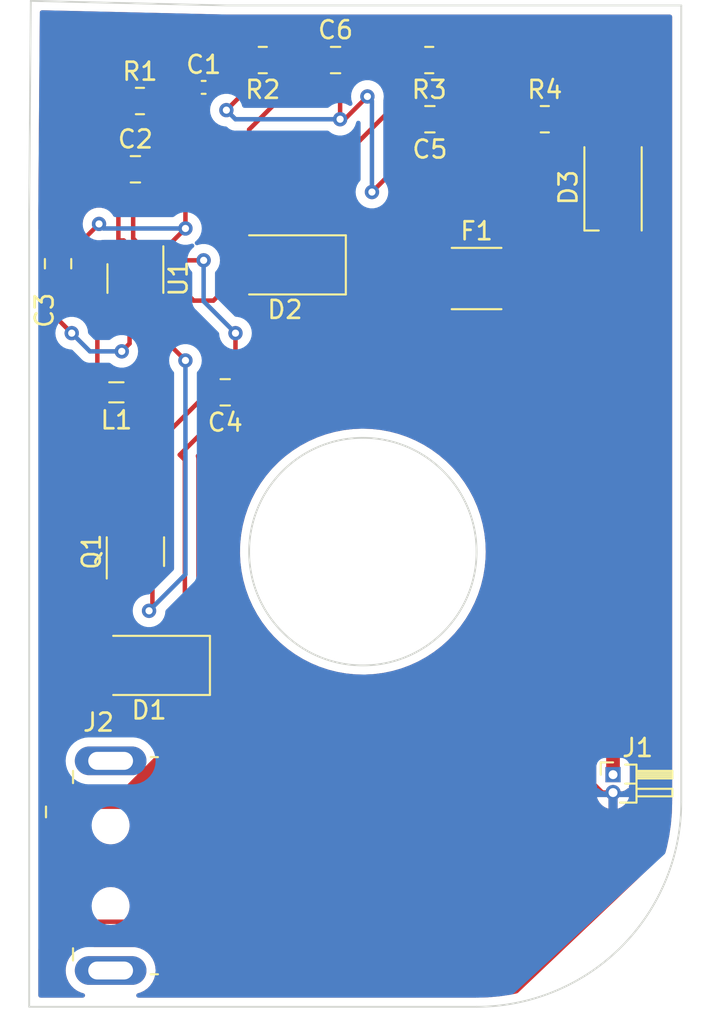
<source format=kicad_pcb>
(kicad_pcb (version 20211014) (generator pcbnew)
  (layers (0 "F.Cu" signal) (31 "B.Cu" signal) (34 "B.Paste" user) (35 "F.Paste" user) (36 "B.SilkS" user "B.Silkscreen") (37 "F.SilkS" user "F.Silkscreen") (38 "B.Mask" user) (39 "F.Mask" user) (44 "Edge.Cuts" user))
  (net 0 "")
  (net 1 "Net-(C1-Pad1)")
  (net 2 "Earth")
  (net 3 "Net-(C2-Pad1)")
  (net 4 "Net-(C3-Pad1)")
  (net 5 "+5V")
  (net 6 "/Vin")
  (net 7 "Net-(D1-Pad2)")
  (net 8 "Net-(D2-Pad1)")
  (net 9 "GND")
  (net 10 "Net-(D3-Pad2)")
  (net 11 "+3V3")
  (net 12 "Net-(J2-Pad2)")
  (net 13 "Net-(Q1-Pad3)")
  (net 14 "Net-(R2-Pad1)")
  (footprint "Resistor_SMD:R_0805_2012Metric" (layer "F.Cu") (at 101.092 36.068 180)
    (fp_text reference "R2" (at 0 -1.65) (layer "F.SilkS"))
    (fp_text value "11k 1%")
    (fp_line (start -0.227064 0.735) (end 0.227064 0.735) (layer "F.SilkS") (width 0.12))
    (fp_line (start -0.227064 -0.735) (end 0.227064 -0.735) (layer "F.SilkS") (width 0.12))
    (pad "1" smd roundrect (at -0.9125 0 180) (size 1.025 1.4) (layers "F.Cu" "F.Paste" "F.Mask") (roundrect_rratio 0.243902) (net 14 "Net-(R2-Pad1)"))
    (pad "2" smd roundrect (at 0.9125 0 180) (size 1.025 1.4) (layers "F.Cu" "F.Paste" "F.Mask") (roundrect_rratio 0.243902) (net 2 "Earth"))
  )
  (footprint "Capacitor_SMD:C_0402_1005Metric" (layer "F.Cu") (at 97.79 37.592)
    (fp_text reference "C1" (at 0 -1.27) (layer "F.SilkS"))
    (fp_text value "1.8nF")
    (fp_line (start -0.107836 -0.36) (end 0.107836 -0.36) (layer "F.SilkS") (width 0.12))
    (fp_line (start -0.107836 0.36) (end 0.107836 0.36) (layer "F.SilkS") (width 0.12))
    (pad "1" smd roundrect (at -0.48 0) (size 0.56 0.62) (layers "F.Cu" "F.Paste" "F.Mask") (net 1 "Net-(C1-Pad1)"))
    (pad "2" smd roundrect (at 0.48 0) (size 0.56 0.62) (layers "F.Cu" "F.Paste" "F.Mask") (net 2 "Earth"))
  )
  (footprint "Resistor_SMD:R_0805_2012Metric" (layer "F.Cu") (at 110.3865 36.068 180)
    (fp_text reference "R3" (at 0 -1.65) (layer "F.SilkS"))
    (fp_text value " 34.8k 1%")
    (fp_line (start -0.227064 -0.735) (end 0.227064 -0.735) (layer "F.SilkS") (width 0.12))
    (fp_line (start -0.227064 0.735) (end 0.227064 0.735) (layer "F.SilkS") (width 0.12))
    (pad "1" smd roundrect (at -0.9125 0 180) (size 1.025 1.4) (layers "F.Cu" "F.Paste" "F.Mask") (roundrect_rratio 0.243902) (net 5 "+5V"))
    (pad "2" smd roundrect (at 0.9125 0 180) (size 1.025 1.4) (layers "F.Cu" "F.Paste" "F.Mask") (roundrect_rratio 0.243902) (net 14 "Net-(R2-Pad1)"))
  )
  (footprint "Diode_SMD:D_SMA" (layer "F.Cu") (at 102.33 47.498 180)
    (fp_text reference "D2" (at 0 -2.5) (layer "F.SilkS"))
    (fp_text value "D_Schottky_Dual_CommonAnode_AKK_Split")
    (fp_line (start -3.4 -1.65) (end 2 -1.65) (layer "F.SilkS") (width 0.12))
    (fp_line (start -3.4 -1.65) (end -3.4 1.65) (layer "F.SilkS") (width 0.12))
    (fp_line (start -3.4 1.65) (end 2 1.65) (layer "F.SilkS") (width 0.12))
    (pad "1" smd rect (at -2 0 180) (size 2.5 1.8) (layers "F.Cu" "F.Paste" "F.Mask") (net 8 "Net-(D2-Pad1)"))
    (pad "2" smd rect (at 2 0 180) (size 2.5 1.8) (layers "F.Cu" "F.Paste" "F.Mask") (net 6 "/Vin"))
  )
  (footprint "Connector_USB:USB3_A_Plug_Wuerth_692112030100_Horizontal" (layer "F.Cu") (at 91.922 81.026)
    (fp_text reference "J2" (at 0 -8) (layer "F.SilkS"))
    (fp_text value "USB_A")
    (fp_line (start -1.425 4.61) (end -1.425 5.29) (layer "F.SilkS") (width 0.12))
    (fp_line (start -2.935 -2.7) (end -2.935 -3.3) (layer "F.SilkS") (width 0.12))
    (fp_line (start -1.425 -4.61) (end -1.425 -5.29) (layer "F.SilkS") (width 0.12))
    (fp_line (start 3.315 -6.06) (end 2.915 -6.06) (layer "F.SilkS") (width 0.12))
    (fp_line (start 3.315 6.06) (end 2.915 6.06) (layer "F.SilkS") (width 0.12))
    (pad "" np_thru_hole circle (at 0.675 2.25 90) (size 1.1 1.1) (drill 1.1) (layers *.Cu *.Mask))
    (pad "" np_thru_hole circle (at 0.675 -2.25 90) (size 1.1 1.1) (drill 1.1) (layers *.Cu *.Mask))
    (pad "1" smd rect (at -1.775 -3 90) (size 0.7 1.8) (layers "F.Cu" "F.Paste" "F.Mask") (net 5 "+5V"))
    (pad "2" smd rect (at -1.775 -1 90) (size 0.7 1.8) (layers "F.Cu" "F.Paste" "F.Mask") (net 12 "Net-(J2-Pad2)"))
    (pad "3" smd rect (at -1.775 1 90) (size 0.7 1.8) (layers "F.Cu" "F.Paste" "F.Mask") (net 12 "Net-(J2-Pad2)"))
    (pad "4" smd rect (at -1.775 3 90) (size 0.7 1.8) (layers "F.Cu" "F.Paste" "F.Mask") (net 9 "GND"))
    (pad "5" smd rect (at -1.775 4 90) (size 0.7 1.8) (layers "F.Cu" "F.Paste" "F.Mask") (net 9 "GND"))
    (pad "6" smd rect (at -1.775 2 90) (size 0.7 1.8) (layers "F.Cu" "F.Paste" "F.Mask"))
    (pad "7" smd rect (at -1.775 0 90) (size 0.7 1.8) (layers "F.Cu" "F.Paste" "F.Mask"))
    (pad "8" smd rect (at -1.775 -2 90) (size 0.7 1.8) (layers "F.Cu" "F.Paste" "F.Mask"))
    (pad "9" smd rect (at -1.775 -4) (size 1.8 0.7) (layers "F.Cu" "F.Paste" "F.Mask"))
    (pad "10" thru_hole oval (at 0.675 -5.85 90) (size 1.6 4) (drill oval 1 2.5) (layers *.Cu *.Mask))
    (pad "10" thru_hole oval (at 0.675 5.85 90) (size 1.6 4) (drill oval 1 2.5) (layers *.Cu *.Mask))
  )
  (footprint "Inductor_SMD:L_0805_2012Metric" (layer "F.Cu") (at 92.9175 54.61 180)
    (fp_text reference "L1" (at 0 -1.55) (layer "F.SilkS"))
    (fp_text value "1uH")
    (fp_line (start -0.399622 0.56) (end 0.399622 0.56) (layer "F.SilkS") (width 0.12))
    (fp_line (start -0.399622 -0.56) (end 0.399622 -0.56) (layer "F.SilkS") (width 0.12))
    (pad "1" smd roundrect (at -1.0625 0 180) (size 0.875 1.2) (layers "F.Cu" "F.Paste" "F.Mask") (net 6 "/Vin"))
    (pad "2" smd roundrect (at 1.0625 0 180) (size 0.875 1.2) (layers "F.Cu" "F.Paste" "F.Mask") (net 7 "Net-(D1-Pad2)"))
  )
  (footprint "Capacitor_SMD:C_0805_2012Metric" (layer "F.Cu") (at 89.662 47.432 90)
    (fp_text reference "C3" (at -2.606 -0.762 90) (layer "F.SilkS"))
    (fp_text value "1nF")
    (fp_line (start -0.261252 0.735) (end 0.261252 0.735) (layer "F.SilkS") (width 0.12))
    (fp_line (start -0.261252 -0.735) (end 0.261252 -0.735) (layer "F.SilkS") (width 0.12))
    (pad "1" smd roundrect (at -0.95 0 90) (size 1 1.45) (layers "F.Cu" "F.Paste" "F.Mask") (net 4 "Net-(C3-Pad1)"))
    (pad "2" smd roundrect (at 0.95 0 90) (size 1 1.45) (layers "F.Cu" "F.Paste" "F.Mask") (net 2 "Earth"))
  )
  (footprint "Package_TO_SOT_SMD:SOT-23-8" (layer "F.Cu") (at 93.98 48.26 -90)
    (fp_text reference "U1" (at 0 -2.4 90) (layer "F.SilkS"))
    (fp_text value "LTC3872ITS8#TRMPBF")
    (fp_line (start 0 -1.56) (end -1.8 -1.56) (layer "F.SilkS") (width 0.12))
    (fp_line (start 0 1.56) (end -0.8 1.56) (layer "F.SilkS") (width 0.12))
    (fp_line (start 0 -1.56) (end 0.8 -1.56) (layer "F.SilkS") (width 0.12))
    (fp_line (start 0 1.56) (end 0.8 1.56) (layer "F.SilkS") (width 0.12))
    (pad "1" smd roundrect (at -1.1375 -0.975 270) (size 1.325 0.5) (layers "F.Cu" "F.Paste" "F.Mask") (net 2 "Earth"))
    (pad "2" smd roundrect (at -1.1375 -0.325 270) (size 1.325 0.5) (layers "F.Cu" "F.Paste" "F.Mask") (net 14 "Net-(R2-Pad1)"))
    (pad "3" smd roundrect (at -1.1375 0.325 270) (size 1.325 0.5) (layers "F.Cu" "F.Paste" "F.Mask") (net 3 "Net-(C2-Pad1)"))
    (pad "4" smd roundrect (at -1.1375 0.975 270) (size 1.325 0.5) (layers "F.Cu" "F.Paste" "F.Mask") (net 6 "/Vin"))
    (pad "5" smd roundrect (at 1.1375 0.975 270) (size 1.325 0.5) (layers "F.Cu" "F.Paste" "F.Mask") (net 7 "Net-(D1-Pad2)"))
    (pad "6" smd roundrect (at 1.1375 0.325 270) (size 1.325 0.5) (layers "F.Cu" "F.Paste" "F.Mask") (net 4 "Net-(C3-Pad1)"))
    (pad "7" smd roundrect (at 1.1375 -0.325 270) (size 1.325 0.5) (layers "F.Cu" "F.Paste" "F.Mask") (net 6 "/Vin"))
    (pad "8" smd roundrect (at 1.1375 -0.975 270) (size 1.325 0.5) (layers "F.Cu" "F.Paste" "F.Mask") (net 13 "Net-(Q1-Pad3)"))
  )
  (footprint "Resistor_SMD:R_0805_2012Metric" (layer "F.Cu") (at 116.84 39.37)
    (fp_text reference "R4" (at 0 -1.65) (layer "F.SilkS"))
    (fp_text value "R")
    (fp_line (start -0.227064 -0.735) (end 0.227064 -0.735) (layer "F.SilkS") (width 0.12))
    (fp_line (start -0.227064 0.735) (end 0.227064 0.735) (layer "F.SilkS") (width 0.12))
    (pad "1" smd roundrect (at -0.9125 0) (size 1.025 1.4) (layers "F.Cu" "F.Paste" "F.Mask") (roundrect_rratio 0.243902) (net 5 "+5V"))
    (pad "2" smd roundrect (at 0.9125 0) (size 1.025 1.4) (layers "F.Cu" "F.Paste" "F.Mask") (roundrect_rratio 0.243902) (net 10 "Net-(D3-Pad2)"))
  )
  (footprint "Capacitor_SMD:C_0805_2012Metric" (layer "F.Cu") (at 105.156 36.068)
    (fp_text reference "C6" (at 0 -1.68) (layer "F.SilkS"))
    (fp_text value "10uF")
    (fp_line (start -0.261252 0.735) (end 0.261252 0.735) (layer "F.SilkS") (width 0.12))
    (fp_line (start -0.261252 -0.735) (end 0.261252 -0.735) (layer "F.SilkS") (width 0.12))
    (pad "1" smd roundrect (at -0.95 0) (size 1 1.45) (layers "F.Cu" "F.Paste" "F.Mask") (net 6 "/Vin"))
    (pad "2" smd roundrect (at 0.95 0) (size 1 1.45) (layers "F.Cu" "F.Paste" "F.Mask") (net 2 "Earth"))
  )
  (footprint "LED_SMD:LED_PLCC-2" (layer "F.Cu") (at 120.65 43.18 90)
    (fp_text reference "D3" (at 0 -2.5 90) (layer "F.SilkS"))
    (fp_text value "LED")
    (fp_line (start 2.25 1.6) (end -2.4 1.6) (layer "F.SilkS") (width 0.12))
    (fp_line (start 2.25 -1.6) (end -2.4 -1.6) (layer "F.SilkS") (width 0.12))
    (fp_line (start -2.4 -1.6) (end -2.4 -0.8) (layer "F.SilkS") (width 0.12))
    (pad "1" smd rect (at -1.5 0 90) (size 1.5 2.6) (layers "F.Cu" "F.Paste" "F.Mask") (net 9 "GND"))
    (pad "2" smd rect (at 1.5 0 90) (size 1.5 2.6) (layers "F.Cu" "F.Paste" "F.Mask") (net 10 "Net-(D3-Pad2)"))
  )
  (footprint "Capacitor_SMD:C_0805_2012Metric" (layer "F.Cu") (at 110.424 39.37 180)
    (fp_text reference "C5" (at 0 -1.68) (layer "F.SilkS"))
    (fp_text value "100uF")
    (fp_line (start -0.261252 -0.735) (end 0.261252 -0.735) (layer "F.SilkS") (width 0.12))
    (fp_line (start -0.261252 0.735) (end 0.261252 0.735) (layer "F.SilkS") (width 0.12))
    (pad "1" smd roundrect (at -0.95 0 180) (size 1 1.45) (layers "F.Cu" "F.Paste" "F.Mask") (net 5 "+5V"))
    (pad "2" smd roundrect (at 0.95 0 180) (size 1 1.45) (layers "F.Cu" "F.Paste" "F.Mask") (net 2 "Earth"))
  )
  (footprint "Fuse:Fuse_1812_4532Metric" (layer "F.Cu") (at 113.03 48.26)
    (fp_text reference "F1" (at 0 -2.65) (layer "F.SilkS"))
    (fp_text value "Fuse")
    (fp_line (start -1.386252 -1.71) (end 1.386252 -1.71) (layer "F.SilkS") (width 0.12))
    (fp_line (start -1.386252 1.71) (end 1.386252 1.71) (layer "F.SilkS") (width 0.12))
    (pad "1" smd roundrect (at -2.1375 0) (size 1.125 3.4) (layers "F.Cu" "F.Paste" "F.Mask") (roundrect_rratio 0.222222) (net 8 "Net-(D2-Pad1)"))
    (pad "2" smd roundrect (at 2.1375 0) (size 1.125 3.4) (layers "F.Cu" "F.Paste" "F.Mask") (roundrect_rratio 0.222222) (net 11 "+3V3"))
  )
  (footprint "Connector_PinHeader_1.00mm:PinHeader_1x02_P1.00mm_Horizontal" (layer "F.Cu") (at 120.65 75.946)
    (fp_text reference "J1" (at 1.375 -1.5) (layer "F.SilkS"))
    (fp_text value "Conn_01x02")
    (fp_line (start 1.31 -0.56) (end 1.31 1.56) (layer "F.SilkS") (width 0.12))
    (fp_line (start 0.685 -0.56) (end 1.31 -0.56) (layer "F.SilkS") (width 0.12))
    (fp_line (start 3.31 -0.21) (end 3.31 0.21) (layer "F.SilkS") (width 0.12))
    (fp_line (start 1.31 0.09) (end 3.31 0.09) (layer "F.SilkS") (width 0.12))
    (fp_line (start 3.31 0.79) (end 3.31 1.21) (layer "F.SilkS") (width 0.12))
    (fp_line (start 0.685 0.5) (end 1.31 0.5) (layer "F.SilkS") (width 0.12))
    (fp_line (start 3.31 0.21) (end 1.31 0.21) (layer "F.SilkS") (width 0.12))
    (fp_line (start 1.31 -0.15) (end 3.31 -0.15) (layer "F.SilkS") (width 0.12))
    (fp_line (start 1.31 -0.03) (end 3.31 -0.03) (layer "F.SilkS") (width 0.12))
    (fp_line (start 1.31 -0.21) (end 3.31 -0.21) (layer "F.SilkS") (width 0.12))
    (fp_line (start 1.31 0.79) (end 3.31 0.79) (layer "F.SilkS") (width 0.12))
    (fp_line (start 1.31 1.56) (end 0.394493 1.56) (layer "F.SilkS") (width 0.12))
    (fp_line (start -0.685 -0.685) (end 0 -0.685) (layer "F.SilkS") (width 0.12))
    (fp_line (start 3.31 1.21) (end 1.31 1.21) (layer "F.SilkS") (width 0.12))
    (fp_line (start -0.685 0) (end -0.685 -0.685) (layer "F.SilkS") (width 0.12))
    (pad "1" thru_hole rect (at 0 0) (size 0.85 0.85) (drill 0.5) (layers *.Cu *.Mask) (net 11 "+3V3"))
    (pad "2" thru_hole oval (at 0 1) (size 0.85 0.85) (drill 0.5) (layers *.Cu *.Mask) (net 9 "GND"))
  )
  (footprint "Package_SO:TSOP-6_1.65x3.05mm_P0.95mm" (layer "F.Cu") (at 93.98 63.5 90)
    (fp_text reference "Q1" (at 0 -2.45 90) (layer "F.SilkS"))
    (fp_text value "Si3456DDV")
    (fp_line (start -0.8 1.6) (end 0.8 1.6) (layer "F.SilkS") (width 0.12))
    (fp_line (start 0.8 -1.6) (end -1.5 -1.6) (layer "F.SilkS") (width 0.12))
    (pad "1" smd rect (at -1.16 -0.95 90) (size 0.7 0.51) (layers "F.Cu" "F.Paste" "F.Mask") (net 7 "Net-(D1-Pad2)"))
    (pad "2" smd rect (at -1.16 0 90) (size 0.7 0.51) (layers "F.Cu" "F.Paste" "F.Mask") (net 7 "Net-(D1-Pad2)"))
    (pad "3" smd rect (at -1.16 0.95 90) (size 0.7 0.51) (layers "F.Cu" "F.Paste" "F.Mask") (net 13 "Net-(Q1-Pad3)"))
    (pad "4" smd rect (at 1.16 0.95 90) (size 0.7 0.51) (layers "F.Cu" "F.Paste" "F.Mask") (net 2 "Earth"))
    (pad "5" smd rect (at 1.16 0 90) (size 0.7 0.51) (layers "F.Cu" "F.Paste" "F.Mask") (net 7 "Net-(D1-Pad2)"))
    (pad "6" smd rect (at 1.16 -0.95 90) (size 0.7 0.51) (layers "F.Cu" "F.Paste" "F.Mask") (net 7 "Net-(D1-Pad2)"))
  )
  (footprint "Capacitor_SMD:C_0805_2012Metric" (layer "F.Cu") (at 98.994 54.61 180)
    (fp_text reference "C4" (at 0 -1.68) (layer "F.SilkS"))
    (fp_text value "100uF")
    (fp_line (start -0.261252 0.735) (end 0.261252 0.735) (layer "F.SilkS") (width 0.12))
    (fp_line (start -0.261252 -0.735) (end 0.261252 -0.735) (layer "F.SilkS") (width 0.12))
    (pad "1" smd roundrect (at -0.95 0 180) (size 1 1.45) (layers "F.Cu" "F.Paste" "F.Mask") (net 5 "+5V"))
    (pad "2" smd roundrect (at 0.95 0 180) (size 1 1.45) (layers "F.Cu" "F.Paste" "F.Mask") (net 2 "Earth"))
  )
  (footprint "Diode_SMD:D_SMA" (layer "F.Cu") (at 94.742 69.85 180)
    (fp_text reference "D1" (at 0 -2.5) (layer "F.SilkS"))
    (fp_text value "D_Schottky")
    (fp_line (start -3.4 -1.65) (end 2 -1.65) (layer "F.SilkS") (width 0.12))
    (fp_line (start -3.4 -1.65) (end -3.4 1.65) (layer "F.SilkS") (width 0.12))
    (fp_line (start -3.4 1.65) (end 2 1.65) (layer "F.SilkS") (width 0.12))
    (pad "1" smd rect (at -2 0 180) (size 2.5 1.8) (layers "F.Cu" "F.Paste" "F.Mask") (net 5 "+5V"))
    (pad "2" smd rect (at 2 0 180) (size 2.5 1.8) (layers "F.Cu" "F.Paste" "F.Mask") (net 7 "Net-(D1-Pad2)"))
  )
  (footprint "Capacitor_SMD:C_0805_2012Metric" (layer "F.Cu") (at 93.98 42.164)
    (fp_text reference "C2" (at 0 -1.68) (layer "F.SilkS"))
    (fp_text value "47pF")
    (fp_line (start -0.261252 -0.735) (end 0.261252 -0.735) (layer "F.SilkS") (width 0.12))
    (fp_line (start -0.261252 0.735) (end 0.261252 0.735) (layer "F.SilkS") (width 0.12))
    (pad "1" smd roundrect (at -0.95 0) (size 1 1.45) (layers "F.Cu" "F.Paste" "F.Mask") (net 3 "Net-(C2-Pad1)"))
    (pad "2" smd roundrect (at 0.95 0) (size 1 1.45) (layers "F.Cu" "F.Paste" "F.Mask") (net 2 "Earth"))
  )
  (footprint "Resistor_SMD:R_0805_2012Metric" (layer "F.Cu") (at 94.234 38.354)
    (fp_text reference "R1" (at 0 -1.65) (layer "F.SilkS"))
    (fp_text value "17.4k")
    (fp_line (start -0.227064 -0.735) (end 0.227064 -0.735) (layer "F.SilkS") (width 0.12))
    (fp_line (start -0.227064 0.735) (end 0.227064 0.735) (layer "F.SilkS") (width 0.12))
    (pad "1" smd roundrect (at -0.9125 0) (size 1.025 1.4) (layers "F.Cu" "F.Paste" "F.Mask") (roundrect_rratio 0.243902) (net 3 "Net-(C2-Pad1)"))
    (pad "2" smd roundrect (at 0.9125 0) (size 1.025 1.4) (layers "F.Cu" "F.Paste" "F.Mask") (roundrect_rratio 0.243902) (net 1 "Net-(C1-Pad1)"))
  )
  (gr_line (start 124.46 33.02) (end 124.46 77.47) (layer "Edge.Cuts") (width 0.1))
  (gr_line (start 88.138 32.766) (end 99.06 33.02) (layer "Edge.Cuts") (width 0.1))
  (gr_circle (center 106.68 63.5) (end 110.49 68.58) (layer "Edge.Cuts") (width 0.1) (fill none))
  (gr_arc (start 124.46 77.47) (mid 121.112231 85.552231) (end 113.03 88.9) (layer "Edge.Cuts") (width 0.1))
  (gr_line (start 88.05 44.45) (end 88.138 32.766) (layer "Edge.Cuts") (width 0.1))
  (gr_line (start 99.06 33.02) (end 124.46 33.02) (layer "Edge.Cuts") (width 0.1))
  (gr_line (start 113.03 88.9) (end 88.05 88.9) (layer "Edge.Cuts") (width 0.1))
  (gr_line (start 88.05 88.9) (end 88.05 44.45) (layer "Edge.Cuts") (width 0.1))
  (segment (start 95.1465 38.354) (end 96.548 38.354) (width 0.25) (layer "F.Cu") (net 1))
  (segment (start 96.548 38.354) (end 97.31 37.592) (width 0.25) (layer "F.Cu") (net 1))
  (segment (start 95.1175 47.1225) (end 94.955 47.1225) (width 0.25) (layer "F.Cu") (net 2))
  (segment (start 99.568 53.086) (end 98.044 54.61) (width 0.25) (layer "F.Cu") (net 2))
  (segment (start 100.1795 36.068) (end 100.1795 37.7425) (width 0.25) (layer "F.Cu") (net 2))
  (segment (start 94.93 42.164) (end 96.774 44.008) (width 0.25) (layer "F.Cu") (net 2))
  (segment (start 98.27 37.59893) (end 98.27 37.592) (width 0.25) (layer "F.Cu") (net 2))
  (segment (start 96.774 44.008) (end 96.774 45.466) (width 0.25) (layer "F.Cu") (net 2))
  (segment (start 105.41 39.37) (end 105.41 36.764) (width 0.25) (layer "F.Cu") (net 2))
  (segment (start 94.93 42.164) (end 94.93 40.93893) (width 0.25) (layer "F.Cu") (net 2))
  (segment (start 105.41 36.764) (end 106.106 36.068) (width 0.25) (layer "F.Cu") (net 2))
  (segment (start 94.93 40.93893) (end 98.27 37.59893) (width 0.25) (layer "F.Cu") (net 2))
  (segment (start 105.664 39.37) (end 106.934 38.1) (width 0.25) (layer "F.Cu") (net 2))
  (segment (start 94.955 47.1225) (end 95.0765 47.244) (width 0.25) (layer "F.Cu") (net 2))
  (segment (start 94.93 57.724) (end 98.044 54.61) (width 0.25) (layer "F.Cu") (net 2))
  (segment (start 94.93 62.34) (end 94.93 57.724) (width 0.25) (layer "F.Cu") (net 2))
  (segment (start 99.794 36.068) (end 100.1795 36.068) (width 0.25) (layer "F.Cu") (net 2))
  (segment (start 89.662 46.482) (end 90.678 46.482) (width 0.25) (layer "F.Cu") (net 2))
  (segment (start 90.678 46.482) (end 91.948 45.212) (width 0.25) (layer "F.Cu") (net 2))
  (segment (start 109.474 41.148) (end 109.474 39.37) (width 0.25) (layer "F.Cu") (net 2))
  (segment (start 99.568 51.308) (end 99.568 53.086) (width 0.25) (layer "F.Cu") (net 2))
  (segment (start 100.1795 37.7425) (end 99.06 38.862) (width 0.25) (layer "F.Cu") (net 2))
  (segment (start 98.27 37.592) (end 99.794 36.068) (width 0.25) (layer "F.Cu") (net 2))
  (segment (start 95.0765 47.244) (end 97.79 47.244) (width 0.25) (layer "F.Cu") (net 2))
  (segment (start 105.41 39.37) (end 105.664 39.37) (width 0.25) (layer "F.Cu") (net 2))
  (segment (start 96.774 45.466) (end 95.1175 47.1225) (width 0.25) (layer "F.Cu") (net 2))
  (segment (start 107.188 43.434) (end 109.474 41.148) (width 0.25) (layer "F.Cu") (net 2))
  (via (at 107.188 43.434) (size 0.8) (drill 0.4) (layers "F.Cu" "B.Cu") (net 2))
  (via (at 105.41 39.37) (size 0.8) (drill 0.4) (layers "F.Cu" "B.Cu") (net 2))
  (via (at 97.79 47.244) (size 0.8) (drill 0.4) (layers "F.Cu" "B.Cu") (net 2))
  (via (at 96.774 45.466) (size 0.8) (drill 0.4) (layers "F.Cu" "B.Cu") (net 2))
  (via (at 91.948 45.212) (size 0.8) (drill 0.4) (layers "F.Cu" "B.Cu") (net 2))
  (via (at 99.568 51.308) (size 0.8) (drill 0.4) (layers "F.Cu" "B.Cu") (net 2))
  (via (at 106.934 38.1) (size 0.8) (drill 0.4) (layers "F.Cu" "B.Cu") (net 2))
  (via (at 99.06 38.862) (size 0.8) (drill 0.4) (layers "F.Cu" "B.Cu") (net 2))
  (segment (start 106.934 38.1) (end 107.188 38.354) (width 0.25) (layer "B.Cu") (net 2))
  (segment (start 97.79 47.244) (end 97.79 49.53) (width 0.25) (layer "B.Cu") (net 2))
  (segment (start 99.06 38.862) (end 99.568 39.37) (width 0.25) (layer "B.Cu") (net 2))
  (segment (start 99.568 39.37) (end 105.41 39.37) (width 0.25) (layer "B.Cu") (net 2))
  (segment (start 91.948 45.212) (end 92.202 45.466) (width 0.25) (layer "B.Cu") (net 2))
  (segment (start 92.202 45.466) (end 96.774 45.466) (width 0.25) (layer "B.Cu") (net 2))
  (segment (start 107.188 38.354) (end 107.188 43.434) (width 0.25) (layer "B.Cu") (net 2))
  (segment (start 97.79 49.53) (end 99.568 51.308) (width 0.25) (layer "B.Cu") (net 2))
  (segment (start 93.3215 38.354) (end 93.3215 41.8725) (width 0.25) (layer "F.Cu") (net 3))
  (segment (start 93.329502 46.13548) (end 93.655 46.460978) (width 0.25) (layer "F.Cu") (net 3))
  (segment (start 93.03 42.164) (end 93.03 46.13548) (width 0.25) (layer "F.Cu") (net 3))
  (segment (start 93.3215 41.8725) (end 93.03 42.164) (width 0.25) (layer "F.Cu") (net 3))
  (segment (start 93.03 46.13548) (end 93.329502 46.13548) (width 0.25) (layer "F.Cu") (net 3))
  (segment (start 93.218 52.324) (end 93.655 51.887) (width 0.25) (layer "F.Cu") (net 4))
  (segment (start 89.662 48.382) (end 89.662 50.546) (width 0.25) (layer "F.Cu") (net 4))
  (segment (start 93.655 51.887) (end 93.655 49.3975) (width 0.25) (layer "F.Cu") (net 4))
  (segment (start 89.662 50.546) (end 90.424 51.308) (width 0.25) (layer "F.Cu") (net 4))
  (via (at 93.218 52.324) (size 0.8) (drill 0.4) (layers "F.Cu" "B.Cu") (net 4))
  (via (at 90.424 51.308) (size 0.8) (drill 0.4) (layers "F.Cu" "B.Cu") (net 4))
  (segment (start 91.44 52.324) (end 93.218 52.324) (width 0.25) (layer "B.Cu") (net 4))
  (segment (start 90.424 51.308) (end 91.44 52.324) (width 0.25) (layer "B.Cu") (net 4))
  (segment (start 102.755489 51.798511) (end 102.755489 44.551018) (width 0.25) (layer "F.Cu") (net 5))
  (segment (start 114.657505 38.1) (end 115.927505 39.37) (width 0.762) (layer "F.Cu") (net 5))
  (segment (start 96.456 58.098) (end 96.742 58.384) (width 0.25) (layer "F.Cu") (net 5))
  (segment (start 110.103996 38.1) (end 110.103996 37.262994) (width 0.762) (layer "F.Cu") (net 5))
  (segment (start 91.046021 78.026006) (end 91.593492 77.478534) (width 0.762) (layer "F.Cu") (net 5))
  (segment (start 96.741996 73.821315) (end 96.741996 69.85) (width 0.762) (layer "F.Cu") (net 5))
  (segment (start 99.944 54.61) (end 101.904511 52.649489) (width 0.25) (layer "F.Cu") (net 5))
  (segment (start 93.084777 77.478534) (end 96.741996 73.821315) (width 0.762) (layer "F.Cu") (net 5))
  (segment (start 96.456 58.098) (end 99.944 54.61) (width 0.25) (layer "F.Cu") (net 5))
  (segment (start 99.944 54.61) (end 102.755489 51.798511) (width 0.25) (layer "F.Cu") (net 5))
  (segment (start 110.103996 38.1) (end 111.373996 39.37) (width 0.762) (layer "F.Cu") (net 5))
  (segment (start 101.904511 45.162482) (end 108.966993 38.1) (width 0.25) (layer "F.Cu") (net 5))
  (segment (start 108.966991 38.1) (end 114.657505 38.1) (width 0.762) (layer "F.Cu") (net 5))
  (segment (start 90.147 78.026) (end 91.046022 78.026) (width 0.25) (layer "F.Cu") (net 5))
  (segment (start 110.103996 37.262994) (end 111.29899 36.068) (width 0.762) (layer "F.Cu") (net 5))
  (segment (start 96.742 58.384) (end 96.742 69.85) (width 0.25) (layer "F.Cu") (net 5))
  (segment (start 108.966993 38.1) (end 110.104 38.1) (width 0.25) (layer "F.Cu") (net 5))
  (segment (start 110.746482 44.551018) (end 115.9275 39.37) (width 0.25) (layer "F.Cu") (net 5))
  (segment (start 101.904511 52.649489) (end 101.904511 45.162482) (width 0.25) (layer "F.Cu") (net 5))
  (segment (start 91.593492 77.478534) (end 93.084777 77.478534) (width 0.762) (layer "F.Cu") (net 5))
  (segment (start 102.755489 44.551018) (end 110.746482 44.551018) (width 0.25) (layer "F.Cu") (net 5))
  (segment (start 94.305 48.749283) (end 94.730424 48.323859) (width 0.25) (layer "F.Cu") (net 6))
  (segment (start 97.235897 49.492511) (end 98.335489 49.492511) (width 0.25) (layer "F.Cu") (net 6))
  (segment (start 104.206 36.068) (end 100.33 39.944) (width 0.25) (layer "F.Cu") (net 6))
  (segment (start 96.067245 48.323859) (end 97.235897 49.492511) (width 0.25) (layer "F.Cu") (net 6))
  (segment (start 94.305 54.285) (end 93.98 54.61) (width 0.25) (layer "F.Cu") (net 6))
  (segment (start 93.815717 48.26) (end 94.305 48.749283) (width 0.25) (layer "F.Cu") (net 6))
  (segment (start 98.335489 49.492511) (end 100.33 47.498) (width 0.25) (layer "F.Cu") (net 6))
  (segment (start 93.005 47.1225) (end 93.005 47.770717) (width 0.25) (layer "F.Cu") (net 6))
  (segment (start 100.33 39.944) (end 100.33 47.498) (width 0.25) (layer "F.Cu") (net 6))
  (segment (start 94.730424 48.323859) (end 96.067245 48.323859) (width 0.25) (layer "F.Cu") (net 6))
  (segment (start 93.005 47.770717) (end 93.494283 48.26) (width 0.25) (layer "F.Cu") (net 6))
  (segment (start 93.494283 48.26) (end 93.815717 48.26) (width 0.25) (layer "F.Cu") (net 6))
  (segment (start 94.305 49.3975) (end 94.305 54.285) (width 0.25) (layer "F.Cu") (net 6))
  (segment (start 94.305 48.749283) (end 94.305 49.3975) (width 0.25) (layer "F.Cu") (net 6))
  (segment (start 91.855 50.5475) (end 93.005 49.3975) (width 0.25) (layer "F.Cu") (net 7))
  (segment (start 93.03 62.34) (end 93.03 55.785) (width 0.25) (layer "F.Cu") (net 7))
  (segment (start 92.456 65.234) (end 92.742 65.52) (width 0.25) (layer "F.Cu") (net 7))
  (segment (start 93.03 64.66) (end 93.03 62.34) (width 0.25) (layer "F.Cu") (net 7))
  (segment (start 93.03 62.34) (end 93.98 62.34) (width 0.25) (layer "F.Cu") (net 7))
  (segment (start 91.855 54.61) (end 91.855 50.5475) (width 0.25) (layer "F.Cu") (net 7))
  (segment (start 93.03 55.785) (end 91.855 54.61) (width 0.25) (layer "F.Cu") (net 7))
  (segment (start 93.98 64.66) (end 93.03 64.66) (width 0.25) (layer "F.Cu") (net 7))
  (segment (start 92.456 65.234) (end 93.03 64.66) (width 0.25) (layer "F.Cu") (net 7))
  (segment (start 92.742 65.52) (end 92.742 69.85) (width 0.25) (layer "F.Cu") (net 7))
  (segment (start 110.1305 47.498) (end 104.33 47.498) (width 0.25) (layer "F.Cu") (net 8))
  (segment (start 110.8925 48.26) (end 110.1305 47.498) (width 0.25) (layer "F.Cu") (net 8))
  (segment (start 114.224009 71.121049) (end 120.04896 76.946) (width 0.25) (layer "F.Cu") (net 9))
  (segment (start 100.352297 84.153721) (end 114.224009 70.282009) (width 0.25) (layer "F.Cu") (net 9))
  (segment (start 90.274721 84.153721) (end 100.352297 84.153721) (width 0.25) (layer "F.Cu") (net 9))
  (segment (start 120.65 44.68) (end 116.172507 44.68) (width 0.25) (layer "F.Cu") (net 9))
  (segment (start 114.28048 46.572027) (end 114.28048 69.86952) (width 0.25) (layer "F.Cu") (net 9))
  (segment (start 120.04896 76.946) (end 120.65 76.946) (width 0.25) (layer "F.Cu") (net 9))
  (segment (start 114.28048 70.059502) (end 114.312489 70.091511) (width 0.25) (layer "F.Cu") (net 9))
  (segment (start 114.28048 69.86952) (end 114.28048 70.059502) (width 0.25) (layer "F.Cu") (net 9))
  (segment (start 114.224009 70.282009) (end 114.312489 70.193529) (width 0.25) (layer "F.Cu") (net 9))
  (segment (start 114.312489 70.193529) (end 114.312489 70.091511) (width 0.25) (layer "F.Cu") (net 9))
  (segment (start 116.172507 44.68) (end 114.28048 46.572027) (width 0.25) (layer "F.Cu") (net 9))
  (segment (start 90.147 84.026) (end 90.274721 84.153721) (width 0.25) (layer "F.Cu") (net 9))
  (segment (start 114.224009 70.282009) (end 114.224009 71.121049) (width 0.25) (layer "F.Cu") (net 9))
  (segment (start 90.147 85.026) (end 90.147 84.026) (width 0.25) (layer "F.Cu") (net 9))
  (segment (start 120.65 41.68) (end 120.0625 41.68) (width 0.25) (layer "F.Cu") (net 10))
  (segment (start 120.0625 41.68) (end 117.7525 39.37) (width 0.25) (layer "F.Cu") (net 10))
  (segment (start 121.92 55.012488) (end 120.65 56.282488) (width 0.762) (layer "F.Cu") (net 11))
  (segment (start 120.65 56.282488) (end 120.65 75.946) (width 0.762) (layer "F.Cu") (net 11))
  (segment (start 121.92 55.012488) (end 115.167512 48.26) (width 0.762) (layer "F.Cu") (net 11))
  (segment (start 90.147 82.026) (end 88.997 82.026) (width 0.25) (layer "F.Cu") (net 12))
  (segment (start 88.922489 80.100511) (end 88.997 80.026) (width 0.25) (layer "F.Cu") (net 12))
  (segment (start 88.997 82.026) (end 88.922489 81.951489) (width 0.25) (layer "F.Cu") (net 12))
  (segment (start 88.997 80.026) (end 90.147 80.026) (width 0.25) (layer "F.Cu") (net 12))
  (segment (start 88.922489 81.951489) (end 88.922489 80.100511) (width 0.25) (layer "F.Cu") (net 12))
  (segment (start 94.93 64.66) (end 94.93 66.614) (width 0.25) (layer "F.Cu") (net 13))
  (segment (start 96.774 52.832) (end 94.955 51.013) (width 0.25) (layer "F.Cu") (net 13))
  (segment (start 94.93 66.614) (end 94.742 66.802) (width 0.25) (layer "F.Cu") (net 13))
  (segment (start 94.955 51.013) (end 94.955 49.3975) (width 0.25) (layer "F.Cu") (net 13))
  (via (at 94.742 66.802) (size 0.8) (drill 0.4) (layers "F.Cu" "B.Cu") (net 13))
  (via (at 96.774 52.832) (size 0.8) (drill 0.4) (layers "F.Cu" "B.Cu") (net 13))
  (segment (start 94.742 66.802) (end 96.774 64.77) (width 0.25) (layer "B.Cu") (net 13))
  (segment (start 96.774 64.77) (end 96.774 52.832) (width 0.25) (layer "B.Cu") (net 13))
  (segment (start 100.97998 35.04348) (end 102.0045 36.068) (width 0.25) (layer "F.Cu") (net 14))
  (segment (start 94.305 47.1225) (end 94.305 46.474283) (width 0.25) (layer "F.Cu") (net 14))
  (segment (start 94.305 46.474283) (end 93.85452 46.023803) (width 0.25) (layer "F.Cu") (net 14))
  (segment (start 103.05402 35.01848) (end 102.0045 36.068) (width 0.25) (layer "F.Cu") (net 14))
  (segment (start 93.85452 46.023803) (end 93.85452 39.345973) (width 0.25) (layer "F.Cu") (net 14))
  (segment (start 94.15852 39.041973) (end 94.15852 37.816987) (width 0.25) (layer "F.Cu") (net 14))
  (segment (start 96.932027 35.04348) (end 100.97998 35.04348) (width 0.25) (layer "F.Cu") (net 14))
  (segment (start 93.85452 39.345973) (end 94.15852 39.041973) (width 0.25) (layer "F.Cu") (net 14))
  (segment (start 94.15852 37.816987) (end 96.932027 35.04348) (width 0.25) (layer "F.Cu") (net 14))
  (segment (start 109.474 36.068) (end 108.42448 35.01848) (width 0.25) (layer "F.Cu") (net 14))
  (segment (start 108.42448 35.01848) (end 103.05402 35.01848) (width 0.25) (layer "F.Cu") (net 14))
  (zone (net 9) (net_name "GND") (layer "F.Cu") (connect_pads (clearance 0.508)) (min_thickness 0.254) (fill yes (thermal_gap 0.508) (thermal_bridge_width 0.508))
    (polygon (pts (xy 124.46 33.02) (xy 124.316917 79.605183) (xy 114.410917 89.003183) (xy 88.138 88.9) (xy 88.138 32.766)))
  )
  (zone (net 9) (net_name "GND") (layer "B.Cu") (connect_pads (clearance 0.508)) (min_thickness 0.254) (fill yes (thermal_gap 0.508) (thermal_bridge_width 0.508))
    (polygon (pts (xy 124.46 33.02) (xy 124.206 79.756) (xy 114.3 88.9) (xy 87.884 89.154) (xy 88.138 32.766)))
  )
)
</source>
